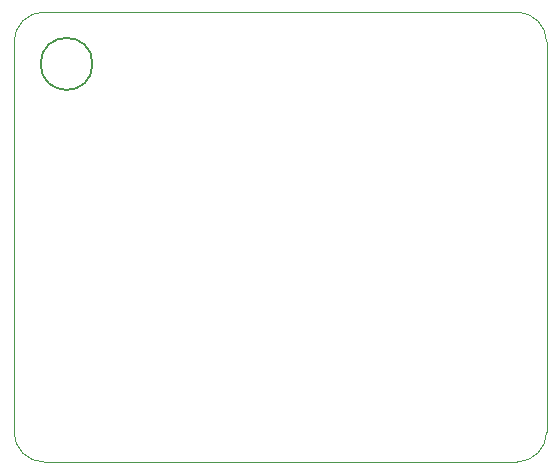
<source format=gm1>
G04 #@! TF.GenerationSoftware,KiCad,Pcbnew,(5.1.2)-2*
G04 #@! TF.CreationDate,2020-03-23T21:36:54-04:00*
G04 #@! TF.ProjectId,test_samd11,74657374-5f73-4616-9d64-31312e6b6963,rev?*
G04 #@! TF.SameCoordinates,Original*
G04 #@! TF.FileFunction,Profile,NP*
%FSLAX46Y46*%
G04 Gerber Fmt 4.6, Leading zero omitted, Abs format (unit mm)*
G04 Created by KiCad (PCBNEW (5.1.2)-2) date 2020-03-23 21:36:54*
%MOMM*%
%LPD*%
G04 APERTURE LIST*
%ADD10C,0.200000*%
%ADD11C,0.120000*%
G04 APERTURE END LIST*
D10*
X41570000Y-32332107D02*
G75*
G03X41570000Y-32332107I-2200000J0D01*
G01*
D11*
X77470000Y-27940000D02*
G75*
G02X80010000Y-30480000I0J-2540000D01*
G01*
X80010000Y-63500000D02*
G75*
G02X77470000Y-66040000I-2540000J0D01*
G01*
X34925000Y-30480000D02*
G75*
G02X37465000Y-27940000I2540000J0D01*
G01*
X37465000Y-66040000D02*
G75*
G02X34925000Y-63500000I0J2540000D01*
G01*
X34925000Y-63500000D02*
X34925000Y-30480000D01*
X77470000Y-66040000D02*
X37465000Y-66040000D01*
X80010000Y-30480000D02*
X80010000Y-63500000D01*
X37465000Y-27940000D02*
X77470000Y-27940000D01*
M02*

</source>
